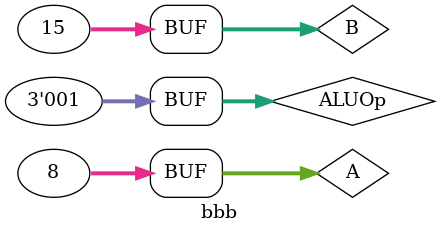
<source format=v>
`timescale 1ns / 1ps


module bbb;

	// Inputs
	reg [31:0] A;
	reg [31:0] B;
	reg [2:0] ALUOp;

	// Outputs
	wire [31:0] C;

	// Instantiate the Unit Under Test (UUT)
	alu uut (
		.A(A), 
		.B(B), 
		.ALUOp(ALUOp), 
		.C(C)
	);

	initial begin
		// Initialize Inputs
		A = 32'b1000;
		B = 32'b1111;
		ALUOp = 3'b001;

		// Wait 100 ns for global reset to finish
		#100;
        
		// Add stimulus here

	end
      
endmodule


</source>
